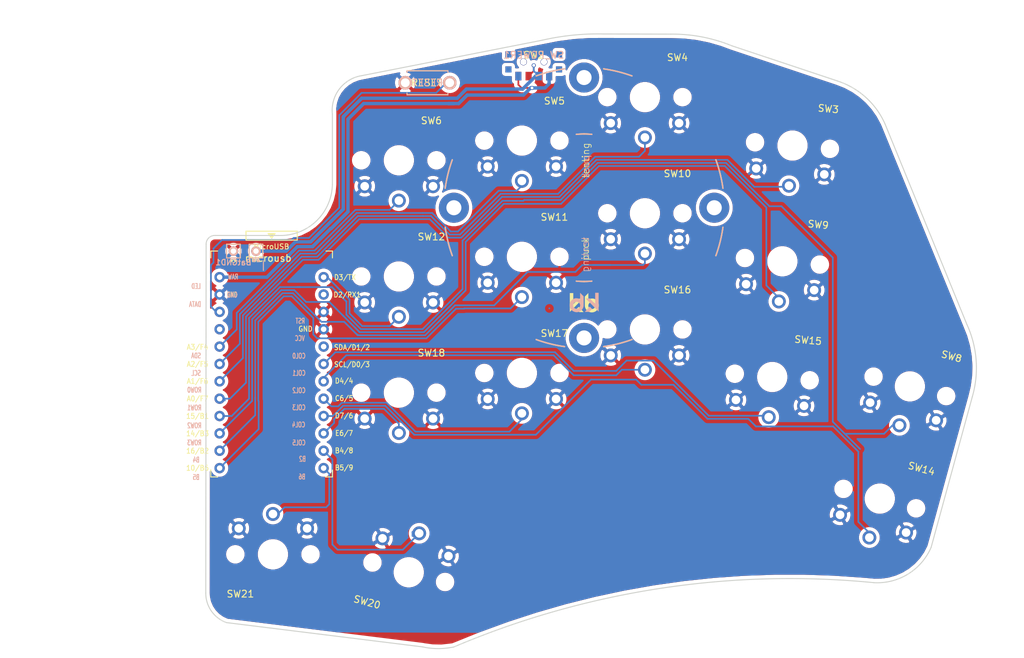
<source format=kicad_pcb>
(kicad_pcb (version 20171130) (host pcbnew 5.1.10)
  (title_block (title hypergolic) (date 2020-12-26) (rev 0.1) (company broomlabs))
  (layers (0 F.Cu signal) (31 B.Cu signal) (34 B.Paste user) (35 F.Paste user) (36 B.SilkS user) (37 F.SilkS user) (38 B.Mask user) (39 F.Mask user) (44 Edge.Cuts user))
  (net 0 "")
  (net 1 reset)
  (net 2 BT+)
  (net 3 gnd)
  (net 4 vcc)
  (net 5 Switch18)
  (net 6 Switch1)
  (net 7 Switch2)
  (net 8 Switch3)
  (net 9 Switch4)
  (net 10 Switch5)
  (net 11 Switch6)
  (net 12 Switch7)
  (net 13 Switch8)
  (net 14 Switch9)
  (net 15 Switch10)
  (net 16 Switch11)
  (net 17 Switch12)
  (net 18 Switch13)
  (net 19 Switch14)
  (net 20 Switch15)
  (net 21 Switch16)
  (net 22 Switch17)
  (net 23 "Net-(SW_POWER1-Pad1)")
  (net 24 raw)
  (module mine:ProMicro_DPB (layer F.Cu) (at 40.64 72.644)
    (fp_text reference U1 hide)
    (fp_text value ProMicro-kbd hide)
    (fp_text user microusb (at -0.5 -17.25) (layer F.SilkS))
    (fp_text user | (at -1.2065 -16.256) (layer B.SilkS) (effects (justify mirror)))
    (fp_text user LED (at -11.049 -13.1445) (layer B.SilkS) (effects (font (size 0.75 0.5) (thickness 0.125)) (justify mirror)))
    (fp_text user DATA (at -11.2 -10.5) (layer B.SilkS) (effects (font (size 0.75 0.5) (thickness 0.125)) (justify mirror)))
    (fp_text user COL3 (at 4 4.6) (layer B.SilkS) (effects (font (size 0.75 0.5) (thickness 0.125)) (justify mirror)))
    (fp_text user ROW0 (at -11.3 2.032) (layer B.SilkS) (effects (font (size 0.75 0.5) (thickness 0.125)) (justify mirror)))
    (fp_text user COL2 (at 4 2.1) (layer B.SilkS) (effects (font (size 0.75 0.5) (thickness 0.125)) (justify mirror)))
    (fp_text user SCL (at -11.049 -0.4445) (layer B.SilkS) (effects (font (size 0.75 0.5) (thickness 0.125)) (justify mirror)))
    (fp_text user COL1 (at 4 -0.4445) (layer B.SilkS) (effects (font (size 0.75 0.5) (thickness 0.125)) (justify mirror)))
    (fp_text user SDA (at -11.049 -2.9845) (layer B.SilkS) (effects (font (size 0.75 0.5) (thickness 0.125)) (justify mirror)))
    (fp_text user COL0 (at 4 -2.95) (layer B.SilkS) (effects (font (size 0.75 0.5) (thickness 0.125)) (justify mirror)))
    (fp_text user B6 (at 4.445 14.732) (layer B.SilkS) (effects (font (size 0.75 0.5) (thickness 0.125)) (justify mirror)))
    (fp_text user B5 (at -11.049 14.7955) (layer B.SilkS) (effects (font (size 0.75 0.5) (thickness 0.125)) (justify mirror)))
    (fp_text user B4 (at -11.049 12.2555) (layer B.SilkS) (effects (font (size 0.75 0.5) (thickness 0.125)) (justify mirror)))
    (fp_text user B2 (at 4.5085 12.1285) (layer B.SilkS) (effects (font (size 0.75 0.5) (thickness 0.125)) (justify mirror)))
    (fp_text user ROW3 (at -11.3 9.75) (layer B.SilkS) (effects (font (size 0.75 0.5) (thickness 0.125)) (justify mirror)))
    (fp_text user COL5 (at 4 9.75) (layer B.SilkS) (effects (font (size 0.75 0.5) (thickness 0.125)) (justify mirror)))
    (fp_text user ROW2 (at -11.3 7.239) (layer B.SilkS) (effects (font (size 0.75 0.5) (thickness 0.125)) (justify mirror)))
    (fp_text user COL4 (at 3.95 7.112) (layer B.SilkS) (effects (font (size 0.75 0.5) (thickness 0.125)) (justify mirror)))
    (fp_text user ROW1 (at -11.3 4.6355) (layer B.SilkS) (effects (font (size 0.75 0.5) (thickness 0.125)) (justify mirror)))
    (fp_text user "" (at -1.2065 -16.256) (layer B.SilkS) (effects (justify mirror)))
    (fp_text user "" (at -0.5 -17.25) (layer F.SilkS))
    (fp_text user RAW (at -5.64 -14.52 unlocked) (layer B.SilkS) (effects (font (size 0.75 0.5) (thickness 0.125)) (justify mirror)))
    (fp_text user GND (at -5.77 -11.88 unlocked) (layer B.SilkS) (effects (font (size 0.75 0.5) (thickness 0.125)) (justify mirror)))
    (fp_text user RST (at 4.191 -8.0645 unlocked) (layer B.SilkS) (effects (font (size 0.75 0.5) (thickness 0.125)) (justify mirror)))
    (fp_text user VCC (at 4.1275 -5.5245 unlocked) (layer B.SilkS) (effects (font (size 0.75 0.5) (thickness 0.125)) (justify mirror)))
    (fp_text user A3/F4 (at -10.845 -4.25 unlocked) (layer F.SilkS) (effects (font (size 0.75 0.67) (thickness 0.125))))
    (fp_text user A2/F5 (at -10.845 -1.75 unlocked) (layer F.SilkS) (effects (font (size 0.75 0.67) (thickness 0.125))))
    (fp_text user A1/F6 (at -10.845 0.75 unlocked) (layer F.SilkS) (effects (font (size 0.75 0.67) (thickness 0.125))))
    (fp_text user A0/F7 (at -10.845 3.3 unlocked) (layer F.SilkS) (effects (font (size 0.75 0.67) (thickness 0.125))))
    (fp_text user 15/B1 (at -10.845 5.85 unlocked) (layer F.SilkS) (effects (font (size 0.75 0.67) (thickness 0.125))))
    (fp_text user 14/B3 (at -10.845 8.4 unlocked) (layer F.SilkS) (effects (font (size 0.75 0.67) (thickness 0.125))))
    (fp_text user 10/B6 (at -10.845 13.45 unlocked) (layer F.SilkS) (effects (font (size 0.75 0.67) (thickness 0.125))))
    (fp_text user 16/B2 (at -10.845 10.95 unlocked) (layer F.SilkS) (effects (font (size 0.75 0.67) (thickness 0.125))))
    (fp_text user E6/7 (at 10.605 8.35 unlocked) (layer F.SilkS) (effects (font (size 0.75 0.67) (thickness 0.125))))
    (fp_text user D7/6 (at 10.605 5.8 unlocked) (layer F.SilkS) (effects (font (size 0.75 0.67) (thickness 0.125))))
    (fp_text user GND (at -5.77 -11.91 unlocked) (layer F.SilkS) (effects (font (size 0.75 0.5) (thickness 0.125))))
    (fp_text user GND (at 4.955 -6.9 unlocked) (layer F.SilkS) (effects (font (size 0.75 0.67) (thickness 0.125))))
    (fp_text user D3/TX0 (at 11.055 -14.45 unlocked) (layer F.SilkS) (effects (font (size 0.75 0.67) (thickness 0.125))))
    (fp_text user D4/4 (at 10.605 0.7 unlocked) (layer F.SilkS) (effects (font (size 0.75 0.67) (thickness 0.125))))
    (fp_text user SDA/D1/2 (at 11.755 -4.2 unlocked) (layer F.SilkS) (effects (font (size 0.75 0.67) (thickness 0.125))))
    (fp_text user SCL/D0/3 (at 11.755 -1.7 unlocked) (layer F.SilkS) (effects (font (size 0.75 0.67) (thickness 0.125))))
    (fp_text user C6/5 (at 10.605 3.25 unlocked) (layer F.SilkS) (effects (font (size 0.75 0.67) (thickness 0.125))))
    (fp_text user B5/9 (at 10.605 13.4 unlocked) (layer F.SilkS) (effects (font (size 0.75 0.67) (thickness 0.125))))
    (fp_text user D2/RX1 (at 11.055 -11.9 unlocked) (layer F.SilkS) (effects (font (size 0.75 0.67) (thickness 0.125))))
    (fp_text user B4/8 (at 10.605 10.9 unlocked) (layer F.SilkS) (effects (font (size 0.75 0.67) (thickness 0.125))))
    (fp_text user MicroUSB (at -0.05 -18.95) (layer F.SilkS) (effects (font (size 0.75 0.75) (thickness 0.12))))
    (pad 24 thru_hole circle (at -7.6086 -14.478) (size 1.524 1.524) (drill 0.8128) (layers *.Cu *.Mask) (net 24 raw))
    (pad 23 thru_hole circle (at -7.6086 -11.938) (size 1.524 1.524) (drill 0.8128) (layers *.Cu *.Mask) (net 3 gnd))
    (pad 22 thru_hole circle (at -7.6086 -9.398) (size 1.524 1.524) (drill 0.8128) (layers *.Cu *.Mask) (net 1 reset))
    (pad 21 thru_hole circle (at -7.6086 -6.858) (size 1.524 1.524) (drill 0.8128) (layers *.Cu *.Mask) (net 4 vcc))
    (pad 20 thru_hole circle (at -7.6086 -4.318) (size 1.524 1.524) (drill 0.8128) (layers *.Cu *.Mask) (net 10 Switch5))
    (pad 19 thru_hole circle (at -7.6086 -1.778) (size 1.524 1.524) (drill 0.8128) (layers *.Cu *.Mask) (net 9 Switch4))
    (pad 18 thru_hole circle (at -7.6086 0.762) (size 1.524 1.524) (drill 0.8128) (layers *.Cu *.Mask) (net 8 Switch3))
    (pad 17 thru_hole circle (at -7.6086 3.302) (size 1.524 1.524) (drill 0.8128) (layers *.Cu *.Mask) (net 7 Switch2))
    (pad 16 thru_hole circle (at -7.6086 5.842) (size 1.524 1.524) (drill 0.8128) (layers *.Cu *.Mask) (net 11 Switch6))
    (pad 15 thru_hole circle (at -7.6086 8.382) (size 1.524 1.524) (drill 0.8128) (layers *.Cu *.Mask) (net 12 Switch7))
    (pad 14 thru_hole circle (at -7.6086 10.922) (size 1.524 1.524) (drill 0.8128) (layers *.Cu *.Mask) (net 13 Switch8))
    (pad 13 thru_hole circle (at -7.6086 13.462) (size 1.524 1.524) (drill 0.8128) (layers *.Cu *.Mask) (net 14 Switch9))
    (pad 12 thru_hole circle (at 7.6114 13.462) (size 1.524 1.524) (drill 0.8128) (layers *.Cu *.Mask) (net 22 Switch17))
    (pad 11 thru_hole circle (at 7.6114 10.922) (size 1.524 1.524) (drill 0.8128) (layers *.Cu *.Mask) (net 21 Switch16))
    (pad 10 thru_hole circle (at 7.6114 8.382) (size 1.524 1.524) (drill 0.8128) (layers *.Cu *.Mask) (net 20 Switch15))
    (pad 9 thru_hole circle (at 7.6114 5.842) (size 1.524 1.524) (drill 0.8128) (layers *.Cu *.Mask) (net 6 Switch1))
    (pad 8 thru_hole circle (at 7.6114 3.302) (size 1.524 1.524) (drill 0.8128) (layers *.Cu *.Mask) (net 19 Switch14))
    (pad 7 thru_hole circle (at 7.6114 0.762) (size 1.524 1.524) (drill 0.8128) (layers *.Cu *.Mask) (net 18 Switch13))
    (pad 6 thru_hole circle (at 7.6114 -1.778) (size 1.524 1.524) (drill 0.8128) (layers *.Cu *.Mask) (net 17 Switch12))
    (pad 5 thru_hole circle (at 7.6114 -4.318) (size 1.524 1.524) (drill 0.8128) (layers *.Cu *.Mask) (net 16 Switch11))
    (pad 4 thru_hole circle (at 7.6114 -6.858) (size 1.524 1.524) (drill 0.8128) (layers *.Cu *.Mask) (net 3 gnd))
    (pad 3 thru_hole circle (at 7.6114 -9.398) (size 1.524 1.524) (drill 0.8128) (layers *.Cu *.Mask) (net 3 gnd))
    (pad 2 thru_hole circle (at 7.6114 -11.938) (size 1.524 1.524) (drill 0.8128) (layers *.Cu *.Mask) (net 5 Switch18))
    (pad 1 thru_hole circle (at 7.6114 -14.478) (size 1.524 1.524) (drill 0.8128) (layers *.Cu *.Mask) (net 15 Switch10))
  )
  (module Kailh:SW_PG1350_rev_DPB2 (layer B.Cu) (at 40.832476 98.720705)
    (fp_text reference SW21 hide)
    (fp_text value SW_Push hide)
    (fp_text user %R (at -4.76 5.8) (layer F.SilkS))
    (pad 2 thru_hole circle (at 5 -3.8) (size 2.032 2.032) (drill 1.27) (layers *.Cu *.Mask) (net 3 gnd))
    (pad "" np_thru_hole circle (at 0 0) (size 3.429 3.429) (drill 3.429) (layers *.Cu *.Mask))
    (pad 2 thru_hole circle (at -5 -3.8) (size 2.032 2.032) (drill 1.27) (layers *.Cu *.Mask) (net 3 gnd))
    (pad 1 thru_hole circle (at 0 -5.9) (size 2.032 2.032) (drill 1.27) (layers *.Cu *.Mask) (net 22 Switch17))
    (pad "" np_thru_hole circle (at 5.5 0) (size 1.7018 1.7018) (drill 1.7018) (layers *.Cu *.Mask))
    (pad "" np_thru_hole circle (at -5.5 0) (size 1.7018 1.7018) (drill 1.7018) (layers *.Cu *.Mask))
  )
  (module Kailh:SW_PG1350_rev_DPB2 (layer B.Cu) (at 129.628916 90.567354 165)
    (fp_text reference SW14 hide)
    (fp_text value SW_Push hide)
    (fp_text user %R (at -4.760001 5.8 345) (layer F.SilkS))
    (pad 2 thru_hole circle (at 5 -3.8 165) (size 2.032 2.032) (drill 1.27) (layers *.Cu *.Mask) (net 3 gnd))
    (pad "" np_thru_hole circle (at 0 0 165) (size 3.429 3.429) (drill 3.429) (layers *.Cu *.Mask))
    (pad 2 thru_hole circle (at -5 -3.8 165) (size 2.032 2.032) (drill 1.27) (layers *.Cu *.Mask) (net 3 gnd))
    (pad 1 thru_hole circle (at 0 -5.9 165) (size 2.032 2.032) (drill 1.27) (layers *.Cu *.Mask) (net 6 Switch1))
    (pad "" np_thru_hole circle (at 5.5 0 165) (size 1.7018 1.7018) (drill 1.7018) (layers *.Cu *.Mask))
    (pad "" np_thru_hole circle (at -5.5 0 165) (size 1.7018 1.7018) (drill 1.7018) (layers *.Cu *.Mask))
  )
  (module Kailh:SW_PG1350_rev_DPB2 (layer B.Cu) (at 134.02928 74.144972 165)
    (fp_text reference SW8 hide)
    (fp_text value SW_Push hide)
    (fp_text user %R (at -4.760001 5.8 345) (layer F.SilkS))
    (pad 2 thru_hole circle (at 5 -3.8 165) (size 2.032 2.032) (drill 1.27) (layers *.Cu *.Mask) (net 3 gnd))
    (pad "" np_thru_hole circle (at 0 0 165) (size 3.429 3.429) (drill 3.429) (layers *.Cu *.Mask))
    (pad 2 thru_hole circle (at -5 -3.8 165) (size 2.032 2.032) (drill 1.27) (layers *.Cu *.Mask) (net 3 gnd))
    (pad 1 thru_hole circle (at 0 -5.9 165) (size 2.032 2.032) (drill 1.27) (layers *.Cu *.Mask) (net 11 Switch6))
    (pad "" np_thru_hole circle (at 5.5 0 165) (size 1.7018 1.7018) (drill 1.7018) (layers *.Cu *.Mask))
    (pad "" np_thru_hole circle (at -5.5 0 165) (size 1.7018 1.7018) (drill 1.7018) (layers *.Cu *.Mask))
  )
  (module kbd:1pin_conn (layer B.Cu) (at 35.052 54.356 180)
    (fp_text reference BatGND1 (at 0 -1.651) (layer B.SilkS) (effects (font (size 0.8128 0.8128)) (justify mirror)))
    (fp_text value MountingHole_Pad hide)
    (fp_text user ** (at 0 -1.651) (layer F.SilkS) (effects (font (size 0.8128 0.8128))))
    (pad 1 thru_hole circle (at 0 0 180) (size 1.397 1.397) (drill 0.8128) (layers *.Cu *.Mask B.SilkS) (net 3 gnd))
  )
  (module kbd:1pin_conn (layer B.Cu) (at 38.354 54.356 180)
    (fp_text reference ** (at 0 -1.651) (layer B.SilkS) (effects (font (size 0.8128 0.8128)) (justify mirror)))
    (fp_text value Val** hide)
    (fp_text user ** (at 0 -1.651) (layer F.SilkS) (effects (font (size 0.8128 0.8128))))
    (pad 1 thru_hole circle (at 0 0 180) (size 1.397 1.397) (drill 0.8128) (layers *.Cu *.Mask B.SilkS) (net 2 BT+))
  )
  (module Kailh:SW_PG1350_rev_DPB2 (layer B.Cu) (at 77.26 72.189 180)
    (fp_text reference SW17 hide)
    (fp_text value SW_Push hide)
    (fp_text user %R (at -4.76 5.8) (layer F.SilkS))
    (pad 2 thru_hole circle (at 5 -3.8 180) (size 2.032 2.032) (drill 1.27) (layers *.Cu *.Mask) (net 3 gnd))
    (pad "" np_thru_hole circle (at 0 0 180) (size 3.429 3.429) (drill 3.429) (layers *.Cu *.Mask))
    (pad 2 thru_hole circle (at -5 -3.8 180) (size 2.032 2.032) (drill 1.27) (layers *.Cu *.Mask) (net 3 gnd))
    (pad 1 thru_hole circle (at 0 -5.9 180) (size 2.032 2.032) (drill 1.27) (layers *.Cu *.Mask) (net 19 Switch14))
    (pad "" np_thru_hole circle (at 5.5 0 180) (size 1.7018 1.7018) (drill 1.7018) (layers *.Cu *.Mask))
    (pad "" np_thru_hole circle (at -5.5 0 180) (size 1.7018 1.7018) (drill 1.7018) (layers *.Cu *.Mask))
  )
  (module Kailh:SW_PG1350_rev_DPB2 (layer B.Cu) (at 59.26 58.064 180)
    (fp_text reference SW12 hide)
    (fp_text value SW_Push hide)
    (fp_text user %R (at -4.76 5.8) (layer F.SilkS))
    (pad 2 thru_hole circle (at 5 -3.8 180) (size 2.032 2.032) (drill 1.27) (layers *.Cu *.Mask) (net 3 gnd))
    (pad "" np_thru_hole circle (at 0 0 180) (size 3.429 3.429) (drill 3.429) (layers *.Cu *.Mask))
    (pad 2 thru_hole circle (at -5 -3.8 180) (size 2.032 2.032) (drill 1.27) (layers *.Cu *.Mask) (net 3 gnd))
    (pad 1 thru_hole circle (at 0 -5.9 180) (size 2.032 2.032) (drill 1.27) (layers *.Cu *.Mask) (net 15 Switch10))
    (pad "" np_thru_hole circle (at 5.5 0 180) (size 1.7018 1.7018) (drill 1.7018) (layers *.Cu *.Mask))
    (pad "" np_thru_hole circle (at -5.5 0 180) (size 1.7018 1.7018) (drill 1.7018) (layers *.Cu *.Mask))
  )
  (module Kailh:SW_PG1350_rev_DPB2 (layer B.Cu) (at 59.26 75.064 180)
    (fp_text reference SW18 hide)
    (fp_text value SW_Push hide)
    (fp_text user %R (at -4.76 5.8) (layer F.SilkS))
    (pad 2 thru_hole circle (at 5 -3.8 180) (size 2.032 2.032) (drill 1.27) (layers *.Cu *.Mask) (net 3 gnd))
    (pad "" np_thru_hole circle (at 0 0 180) (size 3.429 3.429) (drill 3.429) (layers *.Cu *.Mask))
    (pad 2 thru_hole circle (at -5 -3.8 180) (size 2.032 2.032) (drill 1.27) (layers *.Cu *.Mask) (net 3 gnd))
    (pad 1 thru_hole circle (at 0 -5.9 180) (size 2.032 2.032) (drill 1.27) (layers *.Cu *.Mask) (net 20 Switch15))
    (pad "" np_thru_hole circle (at 5.5 0 180) (size 1.7018 1.7018) (drill 1.7018) (layers *.Cu *.Mask))
    (pad "" np_thru_hole circle (at -5.5 0 180) (size 1.7018 1.7018) (drill 1.7018) (layers *.Cu *.Mask))
  )
  (module Kailh:SW_PG1350_rev_DPB2 (layer B.Cu) (at 116.855326 38.908261 175)
    (fp_text reference SW3 hide)
    (fp_text value SW_Push hide)
    (fp_text user %R (at -4.76 5.8 355) (layer F.SilkS))
    (pad 2 thru_hole circle (at 5 -3.8 175) (size 2.032 2.032) (drill 1.27) (layers *.Cu *.Mask) (net 3 gnd))
    (pad "" np_thru_hole circle (at 0 0 175) (size 3.429 3.429) (drill 3.429) (layers *.Cu *.Mask))
    (pad 2 thru_hole circle (at -5 -3.8 175) (size 2.032 2.032) (drill 1.27) (layers *.Cu *.Mask) (net 3 gnd))
    (pad 1 thru_hole circle (at 0 -5.9 175) (size 2.032 2.032) (drill 1.27) (layers *.Cu *.Mask) (net 7 Switch2))
    (pad "" np_thru_hole circle (at 5.5 0 175) (size 1.7018 1.7018) (drill 1.7018) (layers *.Cu *.Mask))
    (pad "" np_thru_hole circle (at -5.5 0 175) (size 1.7018 1.7018) (drill 1.7018) (layers *.Cu *.Mask))
  )
  (module Kailh:SW_PG1350_rev_DPB2 (layer B.Cu) (at 60.706 101.346 345)
    (fp_text reference SW20 hide)
    (fp_text value SW_Push hide)
    (fp_text user %R (at -4.76 5.8 345) (layer F.SilkS))
    (pad 2 thru_hole circle (at 5 -3.8 345) (size 2.032 2.032) (drill 1.27) (layers *.Cu *.Mask) (net 3 gnd))
    (pad "" np_thru_hole circle (at 0 0 345) (size 3.429 3.429) (drill 3.429) (layers *.Cu *.Mask))
    (pad 2 thru_hole circle (at -5 -3.8 345) (size 2.032 2.032) (drill 1.27) (layers *.Cu *.Mask) (net 3 gnd))
    (pad 1 thru_hole circle (at 0 -5.9 345) (size 2.032 2.032) (drill 1.27) (layers *.Cu *.Mask) (net 21 Switch16))
    (pad "" np_thru_hole circle (at 5.5 0 345) (size 1.7018 1.7018) (drill 1.7018) (layers *.Cu *.Mask))
    (pad "" np_thru_hole circle (at -5.5 0 345) (size 1.7018 1.7018) (drill 1.7018) (layers *.Cu *.Mask))
  )
  (module Kailh:SW_PG1350_rev_DPB2 (layer B.Cu) (at 95.26 65.814 180)
    (fp_text reference SW16 hide)
    (fp_text value SW_Push hide)
    (fp_text user %R (at -4.76 5.8) (layer F.SilkS))
    (pad 2 thru_hole circle (at 5 -3.8 180) (size 2.032 2.032) (drill 1.27) (layers *.Cu *.Mask) (net 3 gnd))
    (pad "" np_thru_hole circle (at 0 0 180) (size 3.429 3.429) (drill 3.429) (layers *.Cu *.Mask))
    (pad 2 thru_hole circle (at -5 -3.8 180) (size 2.032 2.032) (drill 1.27) (layers *.Cu *.Mask) (net 3 gnd))
    (pad 1 thru_hole circle (at 0 -5.9 180) (size 2.032 2.032) (drill 1.27) (layers *.Cu *.Mask) (net 18 Switch13))
    (pad "" np_thru_hole circle (at 5.5 0 180) (size 1.7018 1.7018) (drill 1.7018) (layers *.Cu *.Mask))
    (pad "" np_thru_hole circle (at -5.5 0 180) (size 1.7018 1.7018) (drill 1.7018) (layers *.Cu *.Mask))
  )
  (module Kailh:SW_PG1350_rev_DPB2 (layer B.Cu) (at 113.89239 72.775467 175)
    (fp_text reference SW15 hide)
    (fp_text value SW_Push hide)
    (fp_text user %R (at -4.76 5.8 355) (layer F.SilkS))
    (pad 2 thru_hole circle (at 5 -3.8 175) (size 2.032 2.032) (drill 1.27) (layers *.Cu *.Mask) (net 3 gnd))
    (pad "" np_thru_hole circle (at 0 0 175) (size 3.429 3.429) (drill 3.429) (layers *.Cu *.Mask))
    (pad 2 thru_hole circle (at -5 -3.8 175) (size 2.032 2.032) (drill 1.27) (layers *.Cu *.Mask) (net 3 gnd))
    (pad 1 thru_hole circle (at 0 -5.9 175) (size 2.032 2.032) (drill 1.27) (layers *.Cu *.Mask) (net 17 Switch12))
    (pad "" np_thru_hole circle (at 5.5 0 175) (size 1.7018 1.7018) (drill 1.7018) (layers *.Cu *.Mask))
    (pad "" np_thru_hole circle (at -5.5 0 175) (size 1.7018 1.7018) (drill 1.7018) (layers *.Cu *.Mask))
  )
  (module Kailh:SW_PG1350_rev_DPB2 (layer B.Cu) (at 77.26 55.184 180)
    (fp_text reference SW11 hide)
    (fp_text value SW_Push hide)
    (fp_text user %R (at -4.76 5.8) (layer F.SilkS))
    (pad 2 thru_hole circle (at 5 -3.8 180) (size 2.032 2.032) (drill 1.27) (layers *.Cu *.Mask) (net 3 gnd))
    (pad "" np_thru_hole circle (at 0 0 180) (size 3.429 3.429) (drill 3.429) (layers *.Cu *.Mask))
    (pad 2 thru_hole circle (at -5 -3.8 180) (size 2.032 2.032) (drill 1.27) (layers *.Cu *.Mask) (net 3 gnd))
    (pad 1 thru_hole circle (at 0 -5.9 180) (size 2.032 2.032) (drill 1.27) (layers *.Cu *.Mask) (net 14 Switch9))
    (pad "" np_thru_hole circle (at 5.5 0 180) (size 1.7018 1.7018) (drill 1.7018) (layers *.Cu *.Mask))
    (pad "" np_thru_hole circle (at -5.5 0 180) (size 1.7018 1.7018) (drill 1.7018) (layers *.Cu *.Mask))
  )
  (module Kailh:SW_PG1350_rev_DPB2 (layer B.Cu) (at 95.26 48.814 180)
    (fp_text reference SW10 hide)
    (fp_text value SW_Push hide)
    (fp_text user %R (at -4.76 5.8) (layer F.SilkS))
    (pad 2 thru_hole circle (at 5 -3.8 180) (size 2.032 2.032) (drill 1.27) (layers *.Cu *.Mask) (net 3 gnd))
    (pad "" np_thru_hole circle (at 0 0 180) (size 3.429 3.429) (drill 3.429) (layers *.Cu *.Mask))
    (pad 2 thru_hole circle (at -5 -3.8 180) (size 2.032 2.032) (drill 1.27) (layers *.Cu *.Mask) (net 3 gnd))
    (pad 1 thru_hole circle (at 0 -5.9 180) (size 2.032 2.032) (drill 1.27) (layers *.Cu *.Mask) (net 13 Switch8))
    (pad "" np_thru_hole circle (at 5.5 0 180) (size 1.7018 1.7018) (drill 1.7018) (layers *.Cu *.Mask))
    (pad "" np_thru_hole circle (at -5.5 0 180) (size 1.7018 1.7018) (drill 1.7018) (layers *.Cu *.Mask))
  )
  (module Kailh:SW_PG1350_rev_DPB2 (layer B.Cu) (at 115.373738 55.843584 175)
    (fp_text reference SW9 hide)
    (fp_text value SW_Push hide)
    (fp_text user %R (at -4.76 5.8 355) (layer F.SilkS))
    (pad 2 thru_hole circle (at 5 -3.8 175) (size 2.032 2.032) (drill 1.27) (layers *.Cu *.Mask) (net 3 gnd))
    (pad "" np_thru_hole circle (at 0 0 175) (size 3.429 3.429) (drill 3.429) (layers *.Cu *.Mask))
    (pad 2 thru_hole circle (at -5 -3.8 175) (size 2.032 2.032) (drill 1.27) (layers *.Cu *.Mask) (net 3 gnd))
    (pad 1 thru_hole circle (at 0 -5.9 175) (size 2.032 2.032) (drill 1.27) (layers *.Cu *.Mask) (net 12 Switch7))
    (pad "" np_thru_hole circle (at 5.5 0 175) (size 1.7018 1.7018) (drill 1.7018) (layers *.Cu *.Mask))
    (pad "" np_thru_hole circle (at -5.5 0 175) (size 1.7018 1.7018) (drill 1.7018) (layers *.Cu *.Mask))
  )
  (module Kailh:SW_PG1350_rev_DPB2 (layer B.Cu) (at 77.26 38.184 180)
    (fp_text reference SW5 hide)
    (fp_text value SW_Push hide)
    (fp_text user %R (at -4.76 5.8) (layer F.SilkS))
    (pad 2 thru_hole circle (at 5 -3.8 180) (size 2.032 2.032) (drill 1.27) (layers *.Cu *.Mask) (net 3 gnd))
    (pad "" np_thru_hole circle (at 0 0 180) (size 3.429 3.429) (drill 3.429) (layers *.Cu *.Mask))
    (pad 2 thru_hole circle (at -5 -3.8 180) (size 2.032 2.032) (drill 1.27) (layers *.Cu *.Mask) (net 3 gnd))
    (pad 1 thru_hole circle (at 0 -5.9 180) (size 2.032 2.032) (drill 1.27) (layers *.Cu *.Mask) (net 9 Switch4))
    (pad "" np_thru_hole circle (at 5.5 0 180) (size 1.7018 1.7018) (drill 1.7018) (layers *.Cu *.Mask))
    (pad "" np_thru_hole circle (at -5.5 0 180) (size 1.7018 1.7018) (drill 1.7018) (layers *.Cu *.Mask))
  )
  (module Kailh:SW_PG1350_rev_DPB2 (layer B.Cu) (at 95.26 31.824 180)
    (fp_text reference SW4 hide)
    (fp_text value SW_Push hide)
    (fp_text user %R (at -4.76 5.8) (layer F.SilkS))
    (pad 2 thru_hole circle (at 5 -3.8 180) (size 2.032 2.032) (drill 1.27) (layers *.Cu *.Mask) (net 3 gnd))
    (pad "" np_thru_hole circle (at 0 0 180) (size 3.429 3.429) (drill 3.429) (layers *.Cu *.Mask))
    (pad 2 thru_hole circle (at -5 -3.8 180) (size 2.032 2.032) (drill 1.27) (layers *.Cu *.Mask) (net 3 gnd))
    (pad 1 thru_hole circle (at 0 -5.9 180) (size 2.032 2.032) (drill 1.27) (layers *.Cu *.Mask) (net 8 Switch3))
    (pad "" np_thru_hole circle (at 5.5 0 180) (size 1.7018 1.7018) (drill 1.7018) (layers *.Cu *.Mask))
    (pad "" np_thru_hole circle (at -5.5 0 180) (size 1.7018 1.7018) (drill 1.7018) (layers *.Cu *.Mask))
  )
  (module Kailh:SW_PG1350_rev_DPB2 (layer B.Cu) (at 59.26 41.064 180)
    (fp_text reference SW6 hide)
    (fp_text value SW_Push hide)
    (fp_text user %R (at -4.76 5.8) (layer F.SilkS))
    (pad 2 thru_hole circle (at 5 -3.8 180) (size 2.032 2.032) (drill 1.27) (layers *.Cu *.Mask) (net 3 gnd))
    (pad "" np_thru_hole circle (at 0 0 180) (size 3.429 3.429) (drill 3.429) (layers *.Cu *.Mask))
    (pad 2 thru_hole circle (at -5 -3.8 180) (size 2.032 2.032) (drill 1.27) (layers *.Cu *.Mask) (net 3 gnd))
    (pad 1 thru_hole circle (at 0 -5.9 180) (size 2.032 2.032) (drill 1.27) (layers *.Cu *.Mask) (net 10 Switch5))
    (pad "" np_thru_hole circle (at 5.5 0 180) (size 1.7018 1.7018) (drill 1.7018) (layers *.Cu *.Mask))
    (pad "" np_thru_hole circle (at -5.5 0 180) (size 1.7018 1.7018) (drill 1.7018) (layers *.Cu *.Mask))
  )
  (module kbd:Tenting_Puck2 (layer B.Cu) (at 86.36 48.006 180)
    (fp_text reference REF**)
    (fp_text value "Tenting Puck")
    (fp_text user tenting (at -0.1905 -6.858 270) (layer B.SilkS) (effects (font (thickness 0.1)) (justify mirror)))
    (fp_text user puck (at -0.254 6.0325 270) (layer B.SilkS) (effects (font (thickness 0.1)) (justify mirror)))
    (fp_text user tenting (at -0.254 6.9215 270) (layer F.SilkS) (effects (font (thickness 0.1))))
    (fp_text user puck (at -0.1905 -6.0325 90 unlocked) (layer F.SilkS) (effects (font (thickness 0.1))))
    (pad 1 thru_hole circle (at 0 19.05 180) (size 4.4 4.4) (drill 2.2) (layers *.Cu *.Mask))
    (pad 1 thru_hole circle (at 19.05 0 180) (size 4.4 4.4) (drill 2.2) (layers *.Cu *.Mask))
    (pad 1 thru_hole circle (at 0 -19.05 180) (size 4.4 4.4) (drill 2.2) (layers *.Cu *.Mask))
    (pad 1 thru_hole circle (at -19.05 0 180) (size 4.4 4.4) (drill 2.2) (layers *.Cu *.Mask))
  )
  (module Kailh:SPDT_C128955r (layer F.Cu) (at 78.994 26.67)
    (fp_text reference SW2 (at 0 -1) (layer F.SilkS))
    (fp_text value SW_SPDT)
    (pad 2 smd rect (at -0.75 2.075) (size 0.9 1.25) (layers F.Cu F.Paste F.Mask) (net 2 BT+))
    (pad 3 smd rect (at -2.25 2.075) (size 0.9 1.25) (layers F.Cu F.Paste F.Mask) (net 24 raw))
    (pad 1 smd rect (at 2.25 2.075) (size 0.9 1.25) (layers F.Cu F.Paste F.Mask))
    (pad 0 smd rect (at 3.7 -1.1) (size 0.9 0.9) (layers F.Cu F.Paste F.Mask))
    (pad 0 smd rect (at 3.7 1.1) (size 0.9 0.9) (layers F.Cu F.Paste F.Mask))
    (pad 0 smd rect (at -3.7 1.1) (size 0.9 0.9) (layers F.Cu F.Paste F.Mask))
    (pad 0 smd rect (at -3.7 -1.1) (size 0.9 0.9) (layers F.Cu F.Paste F.Mask))
  )
  (module Kailh:SPDT_C128955 (layer B.Cu) (at 78.994 26.67 180)
    (fp_text reference SW_POWER1 (at 0 1) (layer B.SilkS) (effects (justify mirror)))
    (fp_text value SW_SPDT)
    (pad 0 smd rect (at -3.7 1.1 180) (size 0.9 0.9) (layers B.Cu B.Paste B.Mask))
    (pad 0 smd rect (at -3.7 -1.1 180) (size 0.9 0.9) (layers B.Cu B.Paste B.Mask))
    (pad 0 smd rect (at 3.7 -1.1 180) (size 0.9 0.9) (layers B.Cu B.Paste B.Mask))
    (pad 0 smd rect (at 3.7 1.1 180) (size 0.9 0.9) (layers B.Cu B.Paste B.Mask))
    (pad 1 smd rect (at 2.25 -2.075 180) (size 0.9 1.25) (layers B.Cu B.Paste B.Mask) (net 23 "Net-(SW_POWER1-Pad1)"))
    (pad 3 smd rect (at -2.25 -2.075 180) (size 0.9 1.25) (layers B.Cu B.Paste B.Mask) (net 24 raw))
    (pad 2 smd rect (at -0.75 -2.075 180) (size 0.9 1.25) (layers B.Cu B.Paste B.Mask) (net 2 BT+))
    (pad "" np_thru_hole circle (at -1.5 0 180) (size 1 1) (drill 0.9) (layers *.Cu *.Mask))
    (pad "" np_thru_hole circle (at 1.5 0 180) (size 1 1) (drill 0.9) (layers *.Cu *.Mask))
  )
  (module kbd:ResetSW (layer B.Cu) (at 63.448 29.718 180)
    (fp_text reference RSW1 hide)
    (fp_text value SW_Push)
    (fp_text user RESET (at 0 0) (layer B.SilkS) (effects (justify mirror)))
    (fp_text user RESET (at 0.127 0) (layer F.SilkS))
    (pad 2 thru_hole circle (at -3.25 0 180) (size 2 2) (drill 1.3) (layers *.Cu *.Mask B.SilkS) (net 1 reset))
    (pad 1 thru_hole circle (at 3.25 0 180) (size 2 2) (drill 1.3) (layers *.Cu *.Mask B.SilkS) (net 3 gnd))
  )
  (gr_line (start 66.818368 112.363873) (end 67.247725 112.302294) (layer Edge.Cuts) (width 0.15))
  (gr_line (start 107.980005 24.310753) (end 123.444 29.464) (angle 90) (layer Edge.Cuts) (width 0.15))
  (gr_arc (start 99.314 45.466) (end 99.06 22.606) (angle 22.9124919) (layer Edge.Cuts) (width 0.15))
  (gr_arc (start 116.472977 228.008175) (end 128.778 102.87) (angle -28.66249138) (layer Edge.Cuts) (width 0.15))
  (gr_arc (start 32.32832 53.33) (end 31.05832 53.34) (angle 94.05555909) (layer Edge.Cuts) (width 0.15))
  (gr_line (start 32.408164 52.062473) (end 41.656141 52.065771) (angle 90) (layer Edge.Cuts) (width 0.15))
  (gr_arc (start 65.024 101.854) (end 62.738 112.268) (angle -22.06954052) (layer Edge.Cuts) (width 0.15))
  (gr_line (start 62.738 112.268) (end 34.036 108.712) (layer Edge.Cuts) (width 0.15))
  (gr_arc (start 35.572354 104.409905) (end 34.036 108.712) (angle 70.54625375) (layer Edge.Cuts) (width 0.15))
  (gr_arc (start 88.368079 58.96879) (end 80.226393 23.495399) (angle 14.16454563) (layer Edge.Cuts) (width 0.15))
  (gr_line (start 89.154528 22.581567) (end 99.06 22.606) (angle 90) (layer Edge.Cuts) (width 0.15))
  (gr_arc (start 41.91 44.44861) (end 49.53 44.594151) (angle 90.81459567) (layer Edge.Cuts) (width 0.15))
  (gr_arc (start 54.627507 33.74391) (end 49.53 34.29) (angle 87.32605082) (layer Edge.Cuts) (width 0.15))
  (gr_arc (start 129.260629 94.300859) (end 137.142532 97.697726) (angle 69.90898017) (layer Edge.Cuts) (width 0.15))
  (gr_line (start 130.405367 35.768619) (end 142.381278 65.097282) (angle 90) (layer Edge.Cuts) (width 0.15))
  (gr_arc (start 128.587666 71.437155) (end 142.381278 65.097282) (angle 40.86050302) (layer Edge.Cuts) (width 0.15))
  (gr_line (start 49.53 44.594151) (end 49.53 34.29) (angle 90) (layer Edge.Cuts) (width 0.15))
  (gr_arc (start 119.888 40.386) (end 123.444 29.464) (angle 48.26306848) (layer Edge.Cuts) (width 0.15))
  (gr_line (start 143.167508 75.666331) (end 137.142532 97.697726) (angle 90) (layer Edge.Cuts) (width 0.15))
  (gr_line (start 31.004187 104.394055) (end 31.05832 53.34) (angle 90) (layer Edge.Cuts) (width 0.15))
  (gr_line (start 53.844201 28.67743) (end 80.226393 23.495399) (angle 90) (layer Edge.Cuts) (width 0.15))
  (segment (start 81.28 62.738) (end 81.279998 62.737998) (width 0.25) (layer B.Cu) (net 0))
  (segment (start 50.54098 47.985872) (end 46.710852 51.816) (width 0.25) (layer B.Cu) (net 1))
  (segment (start 50.54098 34.457814) (end 50.54098 47.985872) (width 0.25) (layer B.Cu) (net 1))
  (segment (start 46.710852 51.816) (end 46.703351 51.808499) (width 0.25) (layer B.Cu) (net 1))
  (segment (start 53.802397 31.196397) (end 50.54098 34.457814) (width 0.25) (layer B.Cu) (net 1))
  (segment (start 64.724397 31.196397) (end 53.802397 31.196397) (width 0.25) (layer B.Cu) (net 1))
  (segment (start 66.202794 29.718) (end 64.724397 31.196397) (width 0.25) (layer B.Cu) (net 1))
  (segment (start 66.698 29.718) (end 66.202794 29.718) (width 0.25) (layer B.Cu) (net 1))
  (segment (start 33.382211 52.723789) (end 43.588646 52.723789) (width 0.25) (layer B.Cu) (net 1))
  (segment (start 43.819063 52.493372) (end 43.816118 52.494064) (width 0.25) (layer B.Cu) (net 1))
  (segment (start 32.53523 63.246) (end 31.761615 62.472385) (width 0.25) (layer B.Cu) (net 1))
  (segment (start 33.0314 63.246) (end 32.53523 63.246) (width 0.25) (layer B.Cu) (net 1))
  (segment (start 46.710852 51.816) (end 49.934888 48.591964) (width 0.25) (layer B.Cu) (net 1))
  (segment (start 43.816118 52.494064) (end 43.81612 52.494064) (width 0.25) (layer B.Cu) (net 1))
  (segment (start 43.886494 52.42594) (end 43.711217 52.601217) (width 0.25) (layer B.Cu) (net 1))
  (segment (start 46.100912 52.42594) (end 43.886494 52.42594) (width 0.25) (layer B.Cu) (net 1))
  (segment (start 46.710852 51.816) (end 46.100912 52.42594) (width 0.25) (layer B.Cu) (net 1))
  (segment (start 43.711217 52.601217) (end 43.819063 52.493372) (width 0.25) (layer B.Cu) (net 1))
  (segment (start 43.588646 52.723789) (end 43.711217 52.601217) (width 0.25) (layer B.Cu) (net 1))
  (segment (start 32.131 53.975) (end 32.131 56.03023) (width 0.25) (layer B.Cu) (net 1))
  (segment (start 32.131 56.03023) (end 31.761615 56.399615) (width 0.25) (layer B.Cu) (net 1))
  (segment (start 31.761615 62.472385) (end 31.761615 56.399615) (width 0.25) (layer B.Cu) (net 1))
  (segment (start 32.131 53.975) (end 33.382211 52.723789) (width 0.25) (layer B.Cu) (net 1))
  (via (at 78.994 27.178) (size 0.6) (drill 0.4) (layers F.Cu B.Cu) (net 2))
  (segment (start 78.994 27.995) (end 78.244 28.745) (width 0.25) (layer F.Cu) (net 2))
  (segment (start 78.994 27.178) (end 78.994 27.995) (width 0.25) (layer F.Cu) (net 2))
  (segment (start 78.994 27.995) (end 79.744 28.745) (width 0.25) (layer B.Cu) (net 2))
  (segment (start 78.994 27.178) (end 78.994 27.995) (width 0.25) (layer B.Cu) (net 2))
  (segment (start 67.79799 31.98399) (end 53.82799 31.98399) (width 0.5) (layer B.Cu) (net 2))
  (segment (start 69.140647 30.641333) (end 67.79799 31.98399) (width 0.5) (layer B.Cu) (net 2))
  (segment (start 77.377333 30.641333) (end 69.140647 30.641333) (width 0.5) (layer B.Cu) (net 2))
  (segment (start 79.273666 28.745) (end 77.377333 30.641333) (width 0.5) (layer B.Cu) (net 2))
  (segment (start 79.744 28.745) (end 79.273666 28.745) (width 0.5) (layer B.Cu) (net 2))
  (segment (start 51.16099 34.717047) (end 51.11599 34.762047) (width 0.5) (layer B.Cu) (net 2))
  (segment (start 51.16099 34.65099) (end 51.16099 34.717047) (width 0.5) (layer B.Cu) (net 2))
  (segment (start 53.82799 31.98399) (end 51.16099 34.65099) (width 0.5) (layer B.Cu) (net 2))
  (segment (start 51.11599 34.762047) (end 51.11599 46.79799) (width 0.5) (layer B.Cu) (net 2))
  (segment (start 51.11599 46.79799) (end 51.11599 47.110237) (width 0.5) (layer B.Cu) (net 2))
  (segment (start 51.11599 48.224048) (end 46.339088 53.00095) (width 0.5) (layer B.Cu) (net 2))
  (segment (start 51.11599 46.79799) (end 51.11599 48.224048) (width 0.5) (layer B.Cu) (net 2))
  (segment (start 44.124671 53.00095) (end 46.05905 53.00095) (width 0.5) (layer B.Cu) (net 2))
  (segment (start 38.354 54.356) (end 42.769622 54.356) (width 0.5) (layer B.Cu) (net 2))
  (segment (start 42.769622 54.356) (end 44.124671 53.00095) (width 0.5) (layer B.Cu) (net 2))
  (segment (start 46.339088 53.00095) (end 46.05905 53.00095) (width 0.5) (layer B.Cu) (net 2))
  (segment (start 126.492 93.981191) (end 128.069007 95.558198) (width 0.25) (layer B.Cu) (net 6))
  (segment (start 126.492 83.69441) (end 126.492 93.981191) (width 0.25) (layer B.Cu) (net 6))
  (segment (start 122.80759 80.01) (end 126.492 83.69441) (width 0.25) (layer B.Cu) (net 6))
  (segment (start 48.2514 78.486) (end 49.5976 78.486) (width 0.25) (layer B.Cu) (net 6))
  (segment (start 49.5976 78.486) (end 51.092605 76.990995) (width 0.25) (layer B.Cu) (net 6))
  (segment (start 57.271677 76.990995) (end 61.502692 81.22201) (width 0.25) (layer B.Cu) (net 6))
  (segment (start 61.502692 81.22201) (end 79.30599 81.22201) (width 0.25) (layer B.Cu) (net 6))
  (segment (start 79.30599 81.22201) (end 87.376 73.152) (width 0.25) (layer B.Cu) (net 6))
  (segment (start 87.376 73.152) (end 93.98 73.152) (width 0.25) (layer B.Cu) (net 6))
  (segment (start 93.98 73.152) (end 94.742 73.914) (width 0.25) (layer B.Cu) (net 6))
  (segment (start 51.092605 76.990995) (end 57.271677 76.990995) (width 0.25) (layer B.Cu) (net 6))
  (segment (start 111.506 80.01) (end 122.80759 80.01) (width 0.25) (layer B.Cu) (net 6))
  (segment (start 94.742 73.914) (end 99.43959 73.914) (width 0.25) (layer B.Cu) (net 6))
  (segment (start 99.43959 73.914) (end 104.420665 78.895075) (width 0.25) (layer B.Cu) (net 6))
  (segment (start 110.391075 78.895075) (end 111.506 80.01) (width 0.25) (layer B.Cu) (net 6))
  (segment (start 104.420665 78.895075) (end 110.391075 78.895075) (width 0.25) (layer B.Cu) (net 6))
  (segment (start 68.39078 52.38199) (end 74.34876 46.42401) (width 0.25) (layer B.Cu) (net 7))
  (segment (start 74.34876 46.42401) (end 82.7364 46.42401) (width 0.25) (layer B.Cu) (net 7))
  (segment (start 63.771236 49.672826) (end 66.4804 52.38199) (width 0.25) (layer B.Cu) (net 7))
  (segment (start 66.4804 52.38199) (end 68.39078 52.38199) (width 0.25) (layer B.Cu) (net 7))
  (segment (start 82.7364 46.42401) (end 88.160386 41.000024) (width 0.25) (layer B.Cu) (net 7))
  (segment (start 88.160386 41.000024) (end 107.326368 41.000024) (width 0.25) (layer B.Cu) (net 7))
  (segment (start 107.326368 41.000024) (end 111.268172 44.941828) (width 0.25) (layer B.Cu) (net 7))
  (segment (start 111.268172 44.941828) (end 115.141591 44.941828) (width 0.25) (layer B.Cu) (net 7))
  (segment (start 116.649591 44.941828) (end 116.965007 44.626412) (width 0.25) (layer B.Cu) (net 7))
  (segment (start 115.141591 44.941828) (end 116.649591 44.941828) (width 0.25) (layer B.Cu) (net 7))
  (segment (start 33.0314 75.438) (end 33.793399 76.199999) (width 0.25) (layer B.Cu) (net 7))
  (segment (start 33.0314 75.946) (end 34.544 75.946) (width 0.25) (layer B.Cu) (net 7))
  (segment (start 36.88799 63.95001) (end 37.084 63.754) (width 0.25) (layer B.Cu) (net 7))
  (segment (start 36.88799 73.60201) (end 36.88799 63.95001) (width 0.25) (layer B.Cu) (net 7))
  (segment (start 34.544 75.946) (end 36.88799 73.60201) (width 0.25) (layer B.Cu) (net 7))
  (segment (start 45.212 55.626) (end 47.498 55.626) (width 0.25) (layer B.Cu) (net 7))
  (segment (start 53.451174 49.672826) (end 63.771236 49.672826) (width 0.25) (layer B.Cu) (net 7))
  (segment (start 47.498 55.626) (end 53.451174 49.672826) (width 0.25) (layer B.Cu) (net 7))
  (segment (start 45.212 55.626) (end 37.084 63.754) (width 0.25) (layer B.Cu) (net 7))
  (segment (start 36.43798 69.99942) (end 36.43798 63.76361) (width 0.25) (layer B.Cu) (net 8))
  (segment (start 33.0314 73.406) (end 36.43798 69.99942) (width 0.25) (layer B.Cu) (net 8))
  (segment (start 45.0256 55.17599) (end 47.3116 55.17599) (width 0.25) (layer B.Cu) (net 8))
  (segment (start 94.398014 40.550014) (end 95.26 39.688028) (width 0.25) (layer B.Cu) (net 8))
  (segment (start 36.43798 63.76361) (end 45.0256 55.17599) (width 0.25) (layer B.Cu) (net 8))
  (segment (start 47.3116 55.17599) (end 53.264775 49.222815) (width 0.25) (layer B.Cu) (net 8))
  (segment (start 74.16236 45.974) (end 82.55 45.974) (width 0.25) (layer B.Cu) (net 8))
  (segment (start 63.957637 49.222817) (end 66.6668 51.93198) (width 0.25) (layer B.Cu) (net 8))
  (segment (start 68.20438 51.93198) (end 74.16236 45.974) (width 0.25) (layer B.Cu) (net 8))
  (segment (start 95.26 39.688028) (end 95.26 37.724) (width 0.25) (layer B.Cu) (net 8))
  (segment (start 66.6668 51.93198) (end 68.20438 51.93198) (width 0.25) (layer B.Cu) (net 8))
  (segment (start 62.791185 49.222815) (end 63.957637 49.222817) (width 0.25) (layer B.Cu) (net 8))
  (segment (start 82.55 45.974) (end 87.973986 40.550014) (width 0.25) (layer B.Cu) (net 8))
  (segment (start 53.264775 49.222815) (end 62.791185 49.222815) (width 0.25) (layer B.Cu) (net 8))
  (segment (start 87.973986 40.550014) (end 94.398014 40.550014) (width 0.25) (layer B.Cu) (net 8))
  (segment (start 44.19459 55.37059) (end 44.44859 55.11659) (width 0.25) (layer B.Cu) (net 9))
  (segment (start 33.0314 70.866) (end 35.98797 67.90943) (width 0.25) (layer B.Cu) (net 9))
  (segment (start 35.98797 67.90943) (end 35.98797 63.57721) (width 0.25) (layer B.Cu) (net 9))
  (segment (start 35.98797 63.57721) (end 36.19359 63.37159) (width 0.25) (layer B.Cu) (net 9))
  (segment (start 44.19459 55.37059) (end 36.19359 63.37159) (width 0.25) (layer B.Cu) (net 9))
  (segment (start 47.1252 54.72598) (end 44.8392 54.72598) (width 0.25) (layer B.Cu) (net 9))
  (segment (start 53.078375 48.772805) (end 47.1252 54.72598) (width 0.25) (layer B.Cu) (net 9))
  (segment (start 62.733195 48.772805) (end 53.078375 48.772805) (width 0.25) (layer B.Cu) (net 9))
  (segment (start 64.144038 48.772808) (end 62.733195 48.772805) (width 0.25) (layer B.Cu) (net 9))
  (segment (start 66.8532 51.48197) (end 64.144038 48.772808) (width 0.25) (layer B.Cu) (net 9))
  (segment (start 67.89803 51.48197) (end 66.8532 51.48197) (width 0.25) (layer B.Cu) (net 9))
  (segment (start 73.85601 45.52399) (end 67.89803 51.48197) (width 0.25) (layer B.Cu) (net 9))
  (segment (start 44.82959 54.73559) (end 44.19459 55.37059) (width 0.25) (layer B.Cu) (net 9))
  (segment (start 76.51199 45.52399) (end 73.85601 45.52399) (width 0.25) (layer B.Cu) (net 9))
  (segment (start 44.8392 54.72598) (end 44.82959 54.73559) (width 0.25) (layer B.Cu) (net 9))
  (segment (start 77.26 44.77598) (end 76.51199 45.52399) (width 0.25) (layer B.Cu) (net 9))
  (segment (start 77.26 44.084) (end 77.26 44.77598) (width 0.25) (layer B.Cu) (net 9))
  (segment (start 33.0314 67.68101) (end 33.0314 67.818) (width 0.25) (layer B.Cu) (net 10))
  (segment (start 52.891975 48.322795) (end 57.901205 48.322795) (width 0.25) (layer B.Cu) (net 10))
  (segment (start 57.901205 48.322795) (end 59.26 46.964) (width 0.25) (layer B.Cu) (net 10))
  (segment (start 46.9388 54.27597) (end 52.891975 48.322795) (width 0.25) (layer B.Cu) (net 10))
  (segment (start 44.6528 54.27597) (end 46.9388 54.27597) (width 0.25) (layer B.Cu) (net 10))
  (segment (start 35.53796 63.39081) (end 44.6528 54.27597) (width 0.25) (layer B.Cu) (net 10))
  (segment (start 35.53796 65.81944) (end 35.53796 63.39081) (width 0.25) (layer B.Cu) (net 10))
  (segment (start 33.0314 68.326) (end 35.53796 65.81944) (width 0.25) (layer B.Cu) (net 10))
  (segment (start 63.955283 64.53901) (end 64.374146 64.120146) (width 0.25) (layer B.Cu) (net 11))
  (segment (start 37.338 64.13641) (end 41.855411 59.618999) (width 0.25) (layer B.Cu) (net 11))
  (segment (start 41.855411 59.618999) (end 44.775001 59.618999) (width 0.25) (layer B.Cu) (net 11))
  (segment (start 33.0314 78.486) (end 34.798 78.486) (width 0.25) (layer B.Cu) (net 11))
  (segment (start 34.798 78.486) (end 37.338 75.946) (width 0.25) (layer B.Cu) (net 11))
  (segment (start 49.458999 59.618999) (end 44.775001 59.618999) (width 0.25) (layer B.Cu) (net 11))
  (segment (start 51.584038 61.699962) (end 51.539962 61.699962) (width 0.25) (layer B.Cu) (net 11))
  (segment (start 51.584038 63.650448) (end 51.584038 61.699962) (width 0.25) (layer B.Cu) (net 11))
  (segment (start 53.697552 65.763962) (end 51.584038 63.650448) (width 0.25) (layer B.Cu) (net 11))
  (segment (start 62.73033 65.763962) (end 53.697552 65.763962) (width 0.25) (layer B.Cu) (net 11))
  (segment (start 51.539962 61.699962) (end 49.458999 59.618999) (width 0.25) (layer B.Cu) (net 11))
  (segment (start 64.374146 64.120146) (end 62.73033 65.763962) (width 0.25) (layer B.Cu) (net 11))
  (segment (start 130.251215 81.08399) (end 132.033007 79.302198) (width 0.25) (layer B.Cu) (net 11))
  (segment (start 124.51799 81.08399) (end 130.251215 81.08399) (width 0.25) (layer B.Cu) (net 11))
  (segment (start 88.346786 41.450034) (end 107.139968 41.450034) (width 0.25) (layer B.Cu) (net 11))
  (segment (start 107.139968 41.450034) (end 113.480009 47.790075) (width 0.25) (layer B.Cu) (net 11))
  (segment (start 68.58 59.914293) (end 68.58 52.82918) (width 0.25) (layer B.Cu) (net 11))
  (segment (start 68.58 52.82918) (end 74.41918 46.99) (width 0.25) (layer B.Cu) (net 11))
  (segment (start 74.41918 46.99) (end 77.47 46.99) (width 0.25) (layer B.Cu) (net 11))
  (segment (start 77.47 46.99) (end 77.58598 46.87402) (width 0.25) (layer B.Cu) (net 11))
  (segment (start 113.480009 47.790075) (end 115.238095 47.790075) (width 0.25) (layer B.Cu) (net 11))
  (segment (start 64.374146 64.120146) (end 68.58 59.914293) (width 0.25) (layer B.Cu) (net 11))
  (segment (start 122.75101 79.31701) (end 124.51799 81.08399) (width 0.25) (layer B.Cu) (net 11))
  (segment (start 82.922801 46.874019) (end 88.346786 41.450034) (width 0.25) (layer B.Cu) (net 11))
  (segment (start 115.238095 47.790075) (end 122.75101 55.30299) (width 0.25) (layer B.Cu) (net 11))
  (segment (start 77.58598 46.87402) (end 82.922801 46.874019) (width 0.25) (layer B.Cu) (net 11))
  (segment (start 122.75101 55.30299) (end 122.75101 79.31701) (width 0.25) (layer B.Cu) (net 11))
  (segment (start 124.51799 81.08399) (end 126.619 83.185) (width 0.25) (layer B.Cu) (net 11))
  (segment (start 126.619 83.185) (end 126.746 83.312) (width 0.25) (layer B.Cu) (net 11))
  (segment (start 44.775001 59.618999) (end 44.378999 59.618999) (width 0.25) (layer B.Cu) (net 11))
  (segment (start 37.338 75.946) (end 37.338 64.13641) (width 0.25) (layer B.Cu) (net 11))
  (segment (start 112.014 46.960476) (end 112.014 46.99) (width 0.25) (layer B.Cu) (net 12))
  (segment (start 115.316 61.468) (end 115.316 61.169215) (width 0.25) (layer B.Cu) (net 12))
  (segment (start 112.014 46.960476) (end 106.953568 41.900044) (width 0.25) (layer B.Cu) (net 12))
  (segment (start 106.953568 41.900044) (end 88.533186 41.900044) (width 0.25) (layer B.Cu) (net 12))
  (segment (start 88.533186 41.900044) (end 82.99322 47.44001) (width 0.25) (layer B.Cu) (net 12))
  (segment (start 82.99322 47.44001) (end 74.60558 47.44001) (width 0.25) (layer B.Cu) (net 12))
  (segment (start 69.03001 53.01558) (end 69.030009 60.100694) (width 0.25) (layer B.Cu) (net 12))
  (segment (start 62.916731 66.213971) (end 53.511151 66.213971) (width 0.25) (layer B.Cu) (net 12))
  (segment (start 74.60558 47.44001) (end 69.03001 53.01558) (width 0.25) (layer B.Cu) (net 12))
  (segment (start 69.030009 60.100694) (end 62.916731 66.213971) (width 0.25) (layer B.Cu) (net 12))
  (segment (start 51.17959 63.88241) (end 51.134028 63.836848) (width 0.25) (layer B.Cu) (net 12))
  (segment (start 53.511151 66.213971) (end 51.17959 63.88241) (width 0.25) (layer B.Cu) (net 12))
  (segment (start 115.188083 61.533298) (end 113.03 59.375215) (width 0.25) (layer B.Cu) (net 12))
  (segment (start 113.03 47.976476) (end 112.014 46.960476) (width 0.25) (layer B.Cu) (net 12))
  (segment (start 113.03 59.375215) (end 113.03 47.976476) (width 0.25) (layer B.Cu) (net 12))
  (segment (start 45.681823 61.793001) (end 49.090181 61.793001) (width 0.25) (layer B.Cu) (net 12))
  (segment (start 37.78801 76.26939) (end 37.78801 64.32281) (width 0.25) (layer B.Cu) (net 12))
  (segment (start 37.78801 64.32281) (end 42.041811 60.069009) (width 0.25) (layer B.Cu) (net 12))
  (segment (start 33.0314 81.026) (end 37.78801 76.26939) (width 0.25) (layer B.Cu) (net 12))
  (segment (start 43.957831 60.069009) (end 45.681823 61.793001) (width 0.25) (layer B.Cu) (net 12))
  (segment (start 42.041811 60.069009) (end 43.957831 60.069009) (width 0.25) (layer B.Cu) (net 12))
  (segment (start 49.090181 61.793001) (end 51.17959 63.88241) (width 0.25) (layer B.Cu) (net 12))
  (segment (start 76.315978 59.182) (end 76.257989 59.239989) (width 0.25) (layer B.Cu) (net 13))
  (segment (start 85.09 57.404) (end 78.093978 57.404) (width 0.25) (layer B.Cu) (net 13))
  (segment (start 78.093978 57.404) (end 76.257989 59.239989) (width 0.25) (layer B.Cu) (net 13))
  (segment (start 86.106 56.388) (end 85.09 57.404) (width 0.25) (layer B.Cu) (net 13))
  (segment (start 90.17 56.388) (end 87.63 56.388) (width 0.25) (layer B.Cu) (net 13))
  (segment (start 94.996 56.388) (end 90.17 56.388) (width 0.25) (layer B.Cu) (net 13))
  (segment (start 90.17 56.388) (end 86.106 56.388) (width 0.25) (layer B.Cu) (net 13))
  (segment (start 95.26 56.124) (end 94.996 56.388) (width 0.25) (layer B.Cu) (net 13))
  (segment (start 95.26 54.714) (end 95.26 56.124) (width 0.25) (layer B.Cu) (net 13))
  (segment (start 63.103129 66.663981) (end 53.224019 66.663981) (width 0.25) (layer B.Cu) (net 13))
  (segment (start 67.479123 62.287989) (end 63.103129 66.663981) (width 0.25) (layer B.Cu) (net 13))
  (segment (start 53.224019 66.663981) (end 53.224019 66.563249) (width 0.25) (layer B.Cu) (net 13))
  (segment (start 73.209989 62.287989) (end 67.479123 62.287989) (width 0.25) (layer B.Cu) (net 13))
  (segment (start 76.257989 59.239989) (end 73.209989 62.287989) (width 0.25) (layer B.Cu) (net 13))
  (segment (start 38.23802 78.35938) (end 33.0314 83.566) (width 0.25) (layer B.Cu) (net 13))
  (segment (start 38.23802 75.80798) (end 38.23802 78.35938) (width 0.25) (layer B.Cu) (net 13))
  (segment (start 38.23802 75.80798) (end 38.23802 76.0648) (width 0.25) (layer B.Cu) (net 13))
  (segment (start 38.23802 64.50921) (end 38.23802 75.80798) (width 0.25) (layer B.Cu) (net 13))
  (segment (start 43.771431 60.519019) (end 42.228211 60.519019) (width 0.25) (layer B.Cu) (net 13))
  (segment (start 45.466 62.213588) (end 43.771431 60.519019) (width 0.25) (layer B.Cu) (net 13))
  (segment (start 45.466 62.23) (end 45.466 62.213588) (width 0.25) (layer B.Cu) (net 13))
  (segment (start 42.228211 60.519019) (end 38.23802 64.50921) (width 0.25) (layer B.Cu) (net 13))
  (segment (start 47.934999 64.698999) (end 45.466 62.23) (width 0.25) (layer B.Cu) (net 13))
  (segment (start 51.259037 64.698999) (end 47.934999 64.698999) (width 0.25) (layer B.Cu) (net 13))
  (segment (start 53.224019 66.663981) (end 51.259037 64.698999) (width 0.25) (layer B.Cu) (net 13))
  (segment (start 67.619566 62.783956) (end 63.28953 67.11399) (width 0.25) (layer B.Cu) (net 14))
  (segment (start 68.834001 62.737999) (end 68.788044 62.783956) (width 0.25) (layer B.Cu) (net 14))
  (segment (start 68.788044 62.783956) (end 67.619566 62.783956) (width 0.25) (layer B.Cu) (net 14))
  (segment (start 75.606001 62.737999) (end 68.834001 62.737999) (width 0.25) (layer B.Cu) (net 14))
  (segment (start 77.26 61.084) (end 75.606001 62.737999) (width 0.25) (layer B.Cu) (net 14))
  (segment (start 63.28953 67.11399) (end 52.52001 67.11399) (width 0.25) (layer B.Cu) (net 14))
  (segment (start 52.52001 67.11399) (end 51.696153 67.113991) (width 0.25) (layer B.Cu) (net 14))
  (segment (start 38.7407 80.3967) (end 33.0314 86.106) (width 0.25) (layer B.Cu) (net 14))
  (segment (start 38.7407 76.303872) (end 38.7407 80.3967) (width 0.25) (layer B.Cu) (net 14))
  (segment (start 38.688029 76.251201) (end 38.7407 76.303872) (width 0.25) (layer B.Cu) (net 14))
  (segment (start 38.688029 64.695611) (end 38.688029 76.251201) (width 0.25) (layer B.Cu) (net 14))
  (segment (start 42.414611 60.969029) (end 38.688029 64.695611) (width 0.25) (layer B.Cu) (net 14))
  (segment (start 44.958 62.35841) (end 44.958 62.341998) (width 0.25) (layer B.Cu) (net 14))
  (segment (start 46.736 66.548) (end 46.736 64.13641) (width 0.25) (layer B.Cu) (net 14))
  (segment (start 43.585031 60.969029) (end 42.414611 60.969029) (width 0.25) (layer B.Cu) (net 14))
  (segment (start 46.736 64.13641) (end 44.958 62.35841) (width 0.25) (layer B.Cu) (net 14))
  (segment (start 47.30199 67.11399) (end 46.736 66.548) (width 0.25) (layer B.Cu) (net 14))
  (segment (start 44.958 62.341998) (end 43.585031 60.969029) (width 0.25) (layer B.Cu) (net 14))
  (segment (start 52.52001 67.11399) (end 47.30199 67.11399) (width 0.25) (layer B.Cu) (net 14))
  (segment (start 52.034048 63.464048) (end 53.883952 65.313952) (width 0.25) (layer B.Cu) (net 15))
  (segment (start 53.883952 65.313952) (end 57.910048 65.313952) (width 0.25) (layer B.Cu) (net 15))
  (segment (start 59.26 63.964) (end 57.910048 65.313952) (width 0.25) (layer B.Cu) (net 15))
  (segment (start 57.910048 65.313952) (end 57.622048 65.313952) (width 0.25) (layer B.Cu) (net 15))
  (segment (start 48.2514 58.166) (end 48.784412 58.166) (width 0.25) (layer B.Cu) (net 15))
  (segment (start 50.292 59.69) (end 52.034048 61.432048) (width 0.25) (layer B.Cu) (net 15))
  (segment (start 50.292 59.673588) (end 50.292 59.69) (width 0.25) (layer B.Cu) (net 15))
  (segment (start 48.784412 58.166) (end 50.292 59.673588) (width 0.25) (layer B.Cu) (net 15))
  (segment (start 52.034048 61.432048) (end 52.034048 63.464048) (width 0.25) (layer B.Cu) (net 15))
  (segment (start 91.072922 71.882) (end 84.836 71.882) (width 0.25) (layer B.Cu) (net 17))
  (segment (start 96.534999 70.372999) (end 92.581923 70.372999) (width 0.25) (layer B.Cu) (net 17))
  (segment (start 82.099991 69.145991) (end 50.095991 69.145991) (width 0.25) (layer B.Cu) (net 17))
  (segment (start 84.836 71.882) (end 82.099991 69.145991) (width 0.25) (layer B.Cu) (net 17))
  (segment (start 112.982588 78.445066) (end 104.607066 78.445066) (width 0.25) (layer B.Cu) (net 17))
  (segment (start 104.607066 78.445066) (end 96.534999 70.372999) (width 0.25) (layer B.Cu) (net 17))
  (segment (start 92.581923 70.372999) (end 91.072922 71.882) (width 0.25) (layer B.Cu) (net 17))
  (segment (start 49.971409 69.145991) (end 50.095991 69.145991) (width 0.25) (layer B.Cu) (net 17))
  (segment (start 48.2514 70.866) (end 49.971409 69.145991) (width 0.25) (layer B.Cu) (net 17))
  (segment (start 84.836 72.524666) (end 91.066666 72.524666) (width 0.25) (layer B.Cu) (net 18))
  (segment (start 91.877332 71.714) (end 95.26 71.714) (width 0.25) (layer B.Cu) (net 18))
  (segment (start 81.907335 69.596001) (end 84.836 72.524666) (width 0.25) (layer B.Cu) (net 18))
  (segment (start 48.2514 72.9066) (end 48.2514 73.406) (width 0.25) (layer B.Cu) (net 18))
  (segment (start 51.561999 69.596001) (end 48.2514 72.9066) (width 0.25) (layer B.Cu) (net 18))
  (segment (start 81.907335 69.596001) (end 51.561999 69.596001) (width 0.25) (layer B.Cu) (net 18))
  (segment (start 91.066666 72.524666) (end 91.877332 71.714) (width 0.25) (layer B.Cu) (net 18))
  (segment (start 77.581 78.089) (end 77.26 78.089) (width 0.25) (layer B.Cu) (net 19))
  (segment (start 48.5054 76.2) (end 48.2514 75.946) (width 0.25) (layer B.Cu) (net 19))
  (segment (start 77.26 78.95) (end 77.26 78.089) (width 0.25) (layer B.Cu) (net 19))
  (segment (start 75.438 80.772) (end 77.26 78.95) (width 0.25) (layer B.Cu) (net 19))
  (segment (start 61.689092 80.772) (end 75.438 80.772) (width 0.25) (layer B.Cu) (net 19))
  (segment (start 57.458077 76.540985) (end 61.689092 80.772) (width 0.25) (layer B.Cu) (net 19))
  (segment (start 50.906205 76.540985) (end 57.458077 76.540985) (width 0.25) (layer B.Cu) (net 19))
  (segment (start 50.388595 77.058595) (end 50.906205 76.540985) (width 0.25) (layer B.Cu) (net 19))
  (segment (start 49.363995 77.058595) (end 50.388595 77.058595) (width 0.25) (layer B.Cu) (net 19))
  (segment (start 48.2514 75.946) (end 49.363995 77.058595) (width 0.25) (layer B.Cu) (net 19))
  (segment (start 49.784001 79.493399) (end 48.2514 81.026) (width 0.25) (layer B.Cu) (net 20))
  (segment (start 49.784001 78.936009) (end 49.784001 79.493399) (width 0.25) (layer B.Cu) (net 20))
  (segment (start 51.279005 77.441005) (end 49.784001 78.936009) (width 0.25) (layer B.Cu) (net 20))
  (segment (start 57.085277 77.441005) (end 51.279005 77.441005) (width 0.25) (layer B.Cu) (net 20))
  (segment (start 59.26 79.615728) (end 57.085277 77.441005) (width 0.25) (layer B.Cu) (net 20))
  (segment (start 59.26 80.964) (end 59.26 79.615728) (width 0.25) (layer B.Cu) (net 20))
  (segment (start 61.443102 95.647038) (end 61.257032 95.460968) (width 0.25) (layer B.Cu) (net 21))
  (segment (start 62.233032 95.647038) (end 61.443102 95.647038) (width 0.25) (layer B.Cu) (net 21))
  (segment (start 61.257032 95.460968) (end 61.257032 96.035038) (width 0.25) (layer B.Cu) (net 21))
  (segment (start 48.2514 83.566) (end 49.53 84.8446) (width 0.25) (layer B.Cu) (net 21))
  (segment (start 49.53 84.8446) (end 49.53 97.282) (width 0.25) (layer B.Cu) (net 21))
  (segment (start 49.53 97.282) (end 50.292 98.044) (width 0.25) (layer B.Cu) (net 21))
  (segment (start 59.83607 98.044) (end 62.233032 95.647038) (width 0.25) (layer B.Cu) (net 21))
  (segment (start 50.292 98.044) (end 59.83607 98.044) (width 0.25) (layer B.Cu) (net 21))
  (segment (start 48.618323 91.843677) (end 49.07999 91.38201) (width 0.25) (layer B.Cu) (net 22))
  (segment (start 49.07999 86.93459) (end 48.2514 86.106) (width 0.25) (layer B.Cu) (net 22))
  (segment (start 42.518036 91.843677) (end 48.618323 91.843677) (width 0.25) (layer B.Cu) (net 22))
  (segment (start 49.07999 91.38201) (end 49.07999 86.93459) (width 0.25) (layer B.Cu) (net 22))
  (segment (start 41.541008 92.820705) (end 42.518036 91.843677) (width 0.25) (layer B.Cu) (net 22))
  (segment (start 40.832476 92.820705) (end 41.541008 92.820705) (width 0.25) (layer B.Cu) (net 22))
  (segment (start 80.01 30.48) (end 78.74 30.48) (width 0.5) (layer B.Cu) (net 24))
  (segment (start 66.548 32.766) (end 67.31 32.766) (width 0.5) (layer B.Cu) (net 24))
  (segment (start 66.548 32.766) (end 68.005942 32.766) (width 0.5) (layer B.Cu) (net 24))
  (segment (start 78.528628 30.48) (end 77.491314 31.517314) (width 0.5) (layer B.Cu) (net 24))
  (segment (start 68.005942 32.766) (end 69.254628 31.517314) (width 0.5) (layer B.Cu) (net 24))
  (segment (start 69.254628 31.517314) (end 77.491314 31.517314) (width 0.5) (layer B.Cu) (net 24))
  (segment (start 81.244 28.745) (end 81.244 29.87) (width 0.5) (layer B.Cu) (net 24))
  (segment (start 81.244 29.87) (end 80.634 30.48) (width 0.5) (layer B.Cu) (net 24))
  (segment (start 80.634 30.48) (end 80.01 30.48) (width 0.5) (layer B.Cu) (net 24))
  (segment (start 78.74 30.48) (end 78.528628 30.48) (width 0.5) (layer B.Cu) (net 24))
  (via (at 78.74 30.48) (size 0.6) (drill 0.4) (layers F.Cu B.Cu) (net 24))
  (segment (start 76.744 28.745) (end 76.744 30.008) (width 0.25) (layer F.Cu) (net 24))
  (segment (start 77.216 30.48) (end 78.74 30.48) (width 0.25) (layer F.Cu) (net 24))
  (segment (start 76.744 30.008) (end 77.216 30.48) (width 0.25) (layer F.Cu) (net 24))
  (segment (start 39.949584 58.166) (end 43.215792 54.899792) (width 0.5) (layer B.Cu) (net 24))
  (segment (start 33.0314 58.166) (end 39.949584 58.166) (width 0.5) (layer B.Cu) (net 24))
  (segment (start 42.997584 55.118) (end 43.215792 54.899792) (width 0.5) (layer B.Cu) (net 24))
  (segment (start 54.102 32.766) (end 66.548 32.766) (width 0.5) (layer B.Cu) (net 24))
  (segment (start 51.816 35.052) (end 54.102 32.766) (width 0.5) (layer B.Cu) (net 24))
  (segment (start 51.816 48.585584) (end 51.816 35.052) (width 0.5) (layer B.Cu) (net 24))
  (segment (start 49.347584 51.054) (end 51.816 48.585584) (width 0.5) (layer B.Cu) (net 24))
  (segment (start 49.276 51.054) (end 49.347584 51.054) (width 0.5) (layer B.Cu) (net 24))
  (segment (start 46.62904 53.70096) (end 49.276 51.054) (width 0.5) (layer B.Cu) (net 24))
  (segment (start 44.414624 53.70096) (end 46.62904 53.70096) (width 0.5) (layer B.Cu) (net 24))
  (segment (start 43.215792 54.899792) (end 44.414624 53.70096) (width 0.5) (layer B.Cu) (net 24))
  (zone (net 3) (net_name gnd) (layer F.Cu) (connect_pads (clearance 0.508)) (min_thickness 0.254) (fill yes (arc_segments 32) (thermal_gap 0.508) (thermal_bridge_width 0.508))
    (polygon (pts (xy 9.023703 110.574603) (xy 0.895703 17.610603) (xy 149.86 19.685) (xy 148.844 113.919)))
  )
  (zone (net 3) (net_name gnd) (layer B.Cu) (connect_pads (clearance 0.508)) (min_thickness 0.254) (fill yes (arc_segments 32) (thermal_gap 0.508) (thermal_bridge_width 0.508))
    (polygon (pts (xy 12.954 19.05) (xy 5.588 109.982) (xy 150.749 110.49) (xy 149.987 17.78)))
  )
)
</source>
